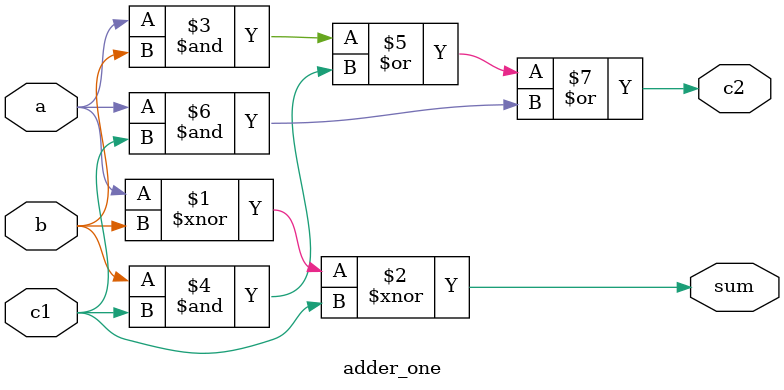
<source format=v>
`timescale 1ns / 1ps
module adder_one(a, b, c1, sum, c2
    );
	 input wire a, b, c1;
	 output wire c2,sum;
	 assign sum = a^~b^~c1;
	 assign c2 = (a&b)|(b&c1)|(a&c1); 
	 
endmodule
</source>
